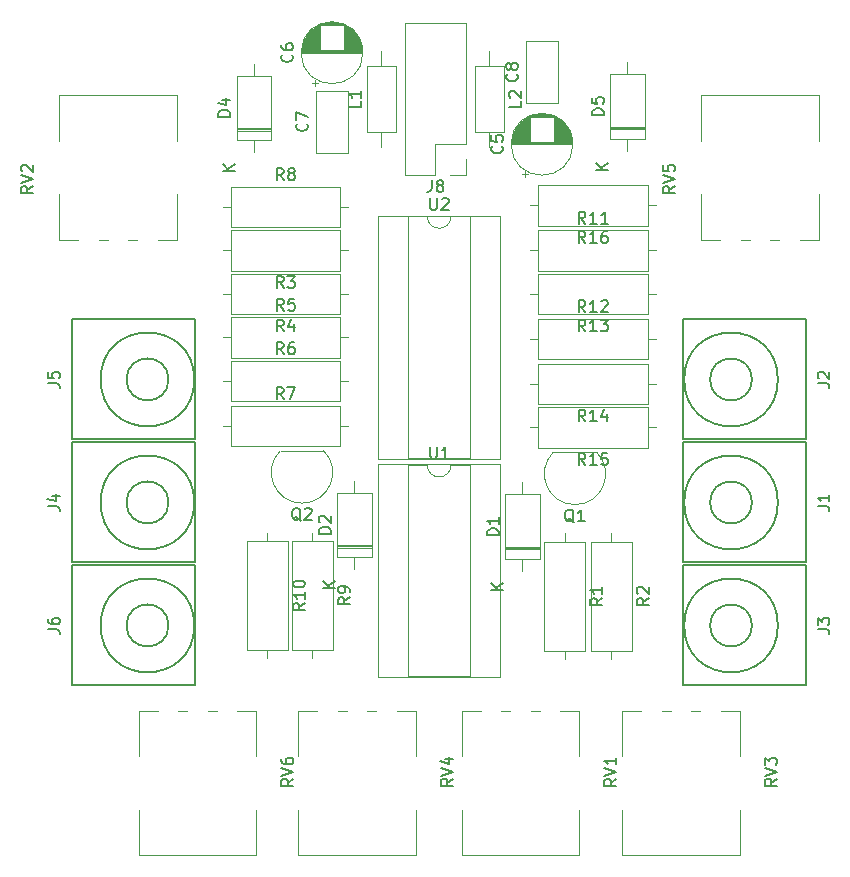
<source format=gto>
G04 #@! TF.GenerationSoftware,KiCad,Pcbnew,(5.0.2)-1*
G04 #@! TF.CreationDate,2019-03-14T16:01:40+00:00*
G04 #@! TF.ProjectId,vca,7663612e-6b69-4636-9164-5f7063625858,rev?*
G04 #@! TF.SameCoordinates,Original*
G04 #@! TF.FileFunction,Legend,Top*
G04 #@! TF.FilePolarity,Positive*
%FSLAX46Y46*%
G04 Gerber Fmt 4.6, Leading zero omitted, Abs format (unit mm)*
G04 Created by KiCad (PCBNEW (5.0.2)-1) date 14/03/2019 16:01:40*
%MOMM*%
%LPD*%
G01*
G04 APERTURE LIST*
%ADD10C,0.120000*%
%ADD11C,0.150000*%
G04 APERTURE END LIST*
D10*
G04 #@! TO.C,RV6*
X76130000Y-94479000D02*
X76130000Y-98344000D01*
X76130000Y-102854000D02*
X76130000Y-106719000D01*
X66190000Y-94479000D02*
X66190000Y-98344000D01*
X66190000Y-102854000D02*
X66190000Y-106719000D01*
X76130000Y-94479000D02*
X74531000Y-94479000D01*
X72789000Y-94479000D02*
X72030000Y-94479000D01*
X70289000Y-94479000D02*
X69530000Y-94479000D01*
X67790000Y-94479000D02*
X66190000Y-94479000D01*
X76130000Y-106719000D02*
X66190000Y-106719000D01*
G04 #@! TO.C,RV3*
X117071000Y-94479000D02*
X117071000Y-98344000D01*
X117071000Y-102854000D02*
X117071000Y-106719000D01*
X107131000Y-94479000D02*
X107131000Y-98344000D01*
X107131000Y-102854000D02*
X107131000Y-106719000D01*
X117071000Y-94479000D02*
X115472000Y-94479000D01*
X113730000Y-94479000D02*
X112971000Y-94479000D01*
X111230000Y-94479000D02*
X110471000Y-94479000D01*
X108731000Y-94479000D02*
X107131000Y-94479000D01*
X117071000Y-106719000D02*
X107131000Y-106719000D01*
D11*
G04 #@! TO.C,J1*
X118110000Y-76835000D02*
G75*
G03X118110000Y-76835000I-1778000J0D01*
G01*
X120299607Y-76835000D02*
G75*
G03X120299607Y-76835000I-3967607J0D01*
G01*
X112268000Y-71755000D02*
X122682000Y-71755000D01*
X112268000Y-81915000D02*
X112268000Y-71755000D01*
X122682000Y-81915000D02*
X112268000Y-81915000D01*
X122682000Y-71755000D02*
X122682000Y-81915000D01*
G04 #@! TO.C,J2*
X122682000Y-61341000D02*
X122682000Y-71501000D01*
X122682000Y-71501000D02*
X112268000Y-71501000D01*
X112268000Y-71501000D02*
X112268000Y-61341000D01*
X112268000Y-61341000D02*
X122682000Y-61341000D01*
X120299607Y-66421000D02*
G75*
G03X120299607Y-66421000I-3967607J0D01*
G01*
X118110000Y-66421000D02*
G75*
G03X118110000Y-66421000I-1778000J0D01*
G01*
D10*
G04 #@! TO.C,C5*
X102950000Y-46502000D02*
G75*
G03X102950000Y-46502000I-2620000J0D01*
G01*
X97750000Y-46502000D02*
X102910000Y-46502000D01*
X97750000Y-46462000D02*
X102910000Y-46462000D01*
X97751000Y-46422000D02*
X102909000Y-46422000D01*
X97752000Y-46382000D02*
X102908000Y-46382000D01*
X97754000Y-46342000D02*
X102906000Y-46342000D01*
X97757000Y-46302000D02*
X102903000Y-46302000D01*
X97761000Y-46262000D02*
X99290000Y-46262000D01*
X101370000Y-46262000D02*
X102899000Y-46262000D01*
X97765000Y-46222000D02*
X99290000Y-46222000D01*
X101370000Y-46222000D02*
X102895000Y-46222000D01*
X97769000Y-46182000D02*
X99290000Y-46182000D01*
X101370000Y-46182000D02*
X102891000Y-46182000D01*
X97774000Y-46142000D02*
X99290000Y-46142000D01*
X101370000Y-46142000D02*
X102886000Y-46142000D01*
X97780000Y-46102000D02*
X99290000Y-46102000D01*
X101370000Y-46102000D02*
X102880000Y-46102000D01*
X97787000Y-46062000D02*
X99290000Y-46062000D01*
X101370000Y-46062000D02*
X102873000Y-46062000D01*
X97794000Y-46022000D02*
X99290000Y-46022000D01*
X101370000Y-46022000D02*
X102866000Y-46022000D01*
X97802000Y-45982000D02*
X99290000Y-45982000D01*
X101370000Y-45982000D02*
X102858000Y-45982000D01*
X97810000Y-45942000D02*
X99290000Y-45942000D01*
X101370000Y-45942000D02*
X102850000Y-45942000D01*
X97819000Y-45902000D02*
X99290000Y-45902000D01*
X101370000Y-45902000D02*
X102841000Y-45902000D01*
X97829000Y-45862000D02*
X99290000Y-45862000D01*
X101370000Y-45862000D02*
X102831000Y-45862000D01*
X97839000Y-45822000D02*
X99290000Y-45822000D01*
X101370000Y-45822000D02*
X102821000Y-45822000D01*
X97850000Y-45781000D02*
X99290000Y-45781000D01*
X101370000Y-45781000D02*
X102810000Y-45781000D01*
X97862000Y-45741000D02*
X99290000Y-45741000D01*
X101370000Y-45741000D02*
X102798000Y-45741000D01*
X97875000Y-45701000D02*
X99290000Y-45701000D01*
X101370000Y-45701000D02*
X102785000Y-45701000D01*
X97888000Y-45661000D02*
X99290000Y-45661000D01*
X101370000Y-45661000D02*
X102772000Y-45661000D01*
X97902000Y-45621000D02*
X99290000Y-45621000D01*
X101370000Y-45621000D02*
X102758000Y-45621000D01*
X97916000Y-45581000D02*
X99290000Y-45581000D01*
X101370000Y-45581000D02*
X102744000Y-45581000D01*
X97932000Y-45541000D02*
X99290000Y-45541000D01*
X101370000Y-45541000D02*
X102728000Y-45541000D01*
X97948000Y-45501000D02*
X99290000Y-45501000D01*
X101370000Y-45501000D02*
X102712000Y-45501000D01*
X97965000Y-45461000D02*
X99290000Y-45461000D01*
X101370000Y-45461000D02*
X102695000Y-45461000D01*
X97982000Y-45421000D02*
X99290000Y-45421000D01*
X101370000Y-45421000D02*
X102678000Y-45421000D01*
X98001000Y-45381000D02*
X99290000Y-45381000D01*
X101370000Y-45381000D02*
X102659000Y-45381000D01*
X98020000Y-45341000D02*
X99290000Y-45341000D01*
X101370000Y-45341000D02*
X102640000Y-45341000D01*
X98040000Y-45301000D02*
X99290000Y-45301000D01*
X101370000Y-45301000D02*
X102620000Y-45301000D01*
X98062000Y-45261000D02*
X99290000Y-45261000D01*
X101370000Y-45261000D02*
X102598000Y-45261000D01*
X98083000Y-45221000D02*
X99290000Y-45221000D01*
X101370000Y-45221000D02*
X102577000Y-45221000D01*
X98106000Y-45181000D02*
X99290000Y-45181000D01*
X101370000Y-45181000D02*
X102554000Y-45181000D01*
X98130000Y-45141000D02*
X99290000Y-45141000D01*
X101370000Y-45141000D02*
X102530000Y-45141000D01*
X98155000Y-45101000D02*
X99290000Y-45101000D01*
X101370000Y-45101000D02*
X102505000Y-45101000D01*
X98181000Y-45061000D02*
X99290000Y-45061000D01*
X101370000Y-45061000D02*
X102479000Y-45061000D01*
X98208000Y-45021000D02*
X99290000Y-45021000D01*
X101370000Y-45021000D02*
X102452000Y-45021000D01*
X98235000Y-44981000D02*
X99290000Y-44981000D01*
X101370000Y-44981000D02*
X102425000Y-44981000D01*
X98265000Y-44941000D02*
X99290000Y-44941000D01*
X101370000Y-44941000D02*
X102395000Y-44941000D01*
X98295000Y-44901000D02*
X99290000Y-44901000D01*
X101370000Y-44901000D02*
X102365000Y-44901000D01*
X98326000Y-44861000D02*
X99290000Y-44861000D01*
X101370000Y-44861000D02*
X102334000Y-44861000D01*
X98359000Y-44821000D02*
X99290000Y-44821000D01*
X101370000Y-44821000D02*
X102301000Y-44821000D01*
X98393000Y-44781000D02*
X99290000Y-44781000D01*
X101370000Y-44781000D02*
X102267000Y-44781000D01*
X98429000Y-44741000D02*
X99290000Y-44741000D01*
X101370000Y-44741000D02*
X102231000Y-44741000D01*
X98466000Y-44701000D02*
X99290000Y-44701000D01*
X101370000Y-44701000D02*
X102194000Y-44701000D01*
X98504000Y-44661000D02*
X99290000Y-44661000D01*
X101370000Y-44661000D02*
X102156000Y-44661000D01*
X98545000Y-44621000D02*
X99290000Y-44621000D01*
X101370000Y-44621000D02*
X102115000Y-44621000D01*
X98587000Y-44581000D02*
X99290000Y-44581000D01*
X101370000Y-44581000D02*
X102073000Y-44581000D01*
X98631000Y-44541000D02*
X99290000Y-44541000D01*
X101370000Y-44541000D02*
X102029000Y-44541000D01*
X98677000Y-44501000D02*
X99290000Y-44501000D01*
X101370000Y-44501000D02*
X101983000Y-44501000D01*
X98725000Y-44461000D02*
X99290000Y-44461000D01*
X101370000Y-44461000D02*
X101935000Y-44461000D01*
X98776000Y-44421000D02*
X99290000Y-44421000D01*
X101370000Y-44421000D02*
X101884000Y-44421000D01*
X98830000Y-44381000D02*
X99290000Y-44381000D01*
X101370000Y-44381000D02*
X101830000Y-44381000D01*
X98887000Y-44341000D02*
X99290000Y-44341000D01*
X101370000Y-44341000D02*
X101773000Y-44341000D01*
X98947000Y-44301000D02*
X99290000Y-44301000D01*
X101370000Y-44301000D02*
X101713000Y-44301000D01*
X99011000Y-44261000D02*
X99290000Y-44261000D01*
X101370000Y-44261000D02*
X101649000Y-44261000D01*
X99079000Y-44221000D02*
X99290000Y-44221000D01*
X101370000Y-44221000D02*
X101581000Y-44221000D01*
X99152000Y-44181000D02*
X101508000Y-44181000D01*
X99232000Y-44141000D02*
X101428000Y-44141000D01*
X99319000Y-44101000D02*
X101341000Y-44101000D01*
X99415000Y-44061000D02*
X101245000Y-44061000D01*
X99525000Y-44021000D02*
X101135000Y-44021000D01*
X99653000Y-43981000D02*
X101007000Y-43981000D01*
X99812000Y-43941000D02*
X100848000Y-43941000D01*
X100046000Y-43901000D02*
X100614000Y-43901000D01*
X98855000Y-49306775D02*
X98855000Y-48806775D01*
X98605000Y-49056775D02*
X99105000Y-49056775D01*
G04 #@! TO.C,C6*
X80825000Y-41309775D02*
X81325000Y-41309775D01*
X81075000Y-41559775D02*
X81075000Y-41059775D01*
X82266000Y-36154000D02*
X82834000Y-36154000D01*
X82032000Y-36194000D02*
X83068000Y-36194000D01*
X81873000Y-36234000D02*
X83227000Y-36234000D01*
X81745000Y-36274000D02*
X83355000Y-36274000D01*
X81635000Y-36314000D02*
X83465000Y-36314000D01*
X81539000Y-36354000D02*
X83561000Y-36354000D01*
X81452000Y-36394000D02*
X83648000Y-36394000D01*
X81372000Y-36434000D02*
X83728000Y-36434000D01*
X83590000Y-36474000D02*
X83801000Y-36474000D01*
X81299000Y-36474000D02*
X81510000Y-36474000D01*
X83590000Y-36514000D02*
X83869000Y-36514000D01*
X81231000Y-36514000D02*
X81510000Y-36514000D01*
X83590000Y-36554000D02*
X83933000Y-36554000D01*
X81167000Y-36554000D02*
X81510000Y-36554000D01*
X83590000Y-36594000D02*
X83993000Y-36594000D01*
X81107000Y-36594000D02*
X81510000Y-36594000D01*
X83590000Y-36634000D02*
X84050000Y-36634000D01*
X81050000Y-36634000D02*
X81510000Y-36634000D01*
X83590000Y-36674000D02*
X84104000Y-36674000D01*
X80996000Y-36674000D02*
X81510000Y-36674000D01*
X83590000Y-36714000D02*
X84155000Y-36714000D01*
X80945000Y-36714000D02*
X81510000Y-36714000D01*
X83590000Y-36754000D02*
X84203000Y-36754000D01*
X80897000Y-36754000D02*
X81510000Y-36754000D01*
X83590000Y-36794000D02*
X84249000Y-36794000D01*
X80851000Y-36794000D02*
X81510000Y-36794000D01*
X83590000Y-36834000D02*
X84293000Y-36834000D01*
X80807000Y-36834000D02*
X81510000Y-36834000D01*
X83590000Y-36874000D02*
X84335000Y-36874000D01*
X80765000Y-36874000D02*
X81510000Y-36874000D01*
X83590000Y-36914000D02*
X84376000Y-36914000D01*
X80724000Y-36914000D02*
X81510000Y-36914000D01*
X83590000Y-36954000D02*
X84414000Y-36954000D01*
X80686000Y-36954000D02*
X81510000Y-36954000D01*
X83590000Y-36994000D02*
X84451000Y-36994000D01*
X80649000Y-36994000D02*
X81510000Y-36994000D01*
X83590000Y-37034000D02*
X84487000Y-37034000D01*
X80613000Y-37034000D02*
X81510000Y-37034000D01*
X83590000Y-37074000D02*
X84521000Y-37074000D01*
X80579000Y-37074000D02*
X81510000Y-37074000D01*
X83590000Y-37114000D02*
X84554000Y-37114000D01*
X80546000Y-37114000D02*
X81510000Y-37114000D01*
X83590000Y-37154000D02*
X84585000Y-37154000D01*
X80515000Y-37154000D02*
X81510000Y-37154000D01*
X83590000Y-37194000D02*
X84615000Y-37194000D01*
X80485000Y-37194000D02*
X81510000Y-37194000D01*
X83590000Y-37234000D02*
X84645000Y-37234000D01*
X80455000Y-37234000D02*
X81510000Y-37234000D01*
X83590000Y-37274000D02*
X84672000Y-37274000D01*
X80428000Y-37274000D02*
X81510000Y-37274000D01*
X83590000Y-37314000D02*
X84699000Y-37314000D01*
X80401000Y-37314000D02*
X81510000Y-37314000D01*
X83590000Y-37354000D02*
X84725000Y-37354000D01*
X80375000Y-37354000D02*
X81510000Y-37354000D01*
X83590000Y-37394000D02*
X84750000Y-37394000D01*
X80350000Y-37394000D02*
X81510000Y-37394000D01*
X83590000Y-37434000D02*
X84774000Y-37434000D01*
X80326000Y-37434000D02*
X81510000Y-37434000D01*
X83590000Y-37474000D02*
X84797000Y-37474000D01*
X80303000Y-37474000D02*
X81510000Y-37474000D01*
X83590000Y-37514000D02*
X84818000Y-37514000D01*
X80282000Y-37514000D02*
X81510000Y-37514000D01*
X83590000Y-37554000D02*
X84840000Y-37554000D01*
X80260000Y-37554000D02*
X81510000Y-37554000D01*
X83590000Y-37594000D02*
X84860000Y-37594000D01*
X80240000Y-37594000D02*
X81510000Y-37594000D01*
X83590000Y-37634000D02*
X84879000Y-37634000D01*
X80221000Y-37634000D02*
X81510000Y-37634000D01*
X83590000Y-37674000D02*
X84898000Y-37674000D01*
X80202000Y-37674000D02*
X81510000Y-37674000D01*
X83590000Y-37714000D02*
X84915000Y-37714000D01*
X80185000Y-37714000D02*
X81510000Y-37714000D01*
X83590000Y-37754000D02*
X84932000Y-37754000D01*
X80168000Y-37754000D02*
X81510000Y-37754000D01*
X83590000Y-37794000D02*
X84948000Y-37794000D01*
X80152000Y-37794000D02*
X81510000Y-37794000D01*
X83590000Y-37834000D02*
X84964000Y-37834000D01*
X80136000Y-37834000D02*
X81510000Y-37834000D01*
X83590000Y-37874000D02*
X84978000Y-37874000D01*
X80122000Y-37874000D02*
X81510000Y-37874000D01*
X83590000Y-37914000D02*
X84992000Y-37914000D01*
X80108000Y-37914000D02*
X81510000Y-37914000D01*
X83590000Y-37954000D02*
X85005000Y-37954000D01*
X80095000Y-37954000D02*
X81510000Y-37954000D01*
X83590000Y-37994000D02*
X85018000Y-37994000D01*
X80082000Y-37994000D02*
X81510000Y-37994000D01*
X83590000Y-38034000D02*
X85030000Y-38034000D01*
X80070000Y-38034000D02*
X81510000Y-38034000D01*
X83590000Y-38075000D02*
X85041000Y-38075000D01*
X80059000Y-38075000D02*
X81510000Y-38075000D01*
X83590000Y-38115000D02*
X85051000Y-38115000D01*
X80049000Y-38115000D02*
X81510000Y-38115000D01*
X83590000Y-38155000D02*
X85061000Y-38155000D01*
X80039000Y-38155000D02*
X81510000Y-38155000D01*
X83590000Y-38195000D02*
X85070000Y-38195000D01*
X80030000Y-38195000D02*
X81510000Y-38195000D01*
X83590000Y-38235000D02*
X85078000Y-38235000D01*
X80022000Y-38235000D02*
X81510000Y-38235000D01*
X83590000Y-38275000D02*
X85086000Y-38275000D01*
X80014000Y-38275000D02*
X81510000Y-38275000D01*
X83590000Y-38315000D02*
X85093000Y-38315000D01*
X80007000Y-38315000D02*
X81510000Y-38315000D01*
X83590000Y-38355000D02*
X85100000Y-38355000D01*
X80000000Y-38355000D02*
X81510000Y-38355000D01*
X83590000Y-38395000D02*
X85106000Y-38395000D01*
X79994000Y-38395000D02*
X81510000Y-38395000D01*
X83590000Y-38435000D02*
X85111000Y-38435000D01*
X79989000Y-38435000D02*
X81510000Y-38435000D01*
X83590000Y-38475000D02*
X85115000Y-38475000D01*
X79985000Y-38475000D02*
X81510000Y-38475000D01*
X83590000Y-38515000D02*
X85119000Y-38515000D01*
X79981000Y-38515000D02*
X81510000Y-38515000D01*
X79977000Y-38555000D02*
X85123000Y-38555000D01*
X79974000Y-38595000D02*
X85126000Y-38595000D01*
X79972000Y-38635000D02*
X85128000Y-38635000D01*
X79971000Y-38675000D02*
X85129000Y-38675000D01*
X79970000Y-38715000D02*
X85130000Y-38715000D01*
X79970000Y-38755000D02*
X85130000Y-38755000D01*
X85170000Y-38755000D02*
G75*
G03X85170000Y-38755000I-2620000J0D01*
G01*
G04 #@! TO.C,C7*
X81180000Y-47217000D02*
X81180000Y-41977000D01*
X83920000Y-47217000D02*
X83920000Y-41977000D01*
X81180000Y-47217000D02*
X83920000Y-47217000D01*
X81180000Y-41977000D02*
X83920000Y-41977000D01*
G04 #@! TO.C,C8*
X98960000Y-37786000D02*
X101700000Y-37786000D01*
X98960000Y-43026000D02*
X101700000Y-43026000D01*
X101700000Y-43026000D02*
X101700000Y-37786000D01*
X98960000Y-43026000D02*
X98960000Y-37786000D01*
G04 #@! TO.C,D1*
X97209000Y-80807000D02*
X100149000Y-80807000D01*
X97209000Y-80567000D02*
X100149000Y-80567000D01*
X97209000Y-80687000D02*
X100149000Y-80687000D01*
X98679000Y-75127000D02*
X98679000Y-76147000D01*
X98679000Y-82607000D02*
X98679000Y-81587000D01*
X97209000Y-76147000D02*
X97209000Y-81587000D01*
X100149000Y-76147000D02*
X97209000Y-76147000D01*
X100149000Y-81587000D02*
X100149000Y-76147000D01*
X97209000Y-81587000D02*
X100149000Y-81587000D01*
G04 #@! TO.C,D2*
X82985000Y-81460000D02*
X85925000Y-81460000D01*
X85925000Y-81460000D02*
X85925000Y-76020000D01*
X85925000Y-76020000D02*
X82985000Y-76020000D01*
X82985000Y-76020000D02*
X82985000Y-81460000D01*
X84455000Y-82480000D02*
X84455000Y-81460000D01*
X84455000Y-75000000D02*
X84455000Y-76020000D01*
X82985000Y-80560000D02*
X85925000Y-80560000D01*
X82985000Y-80440000D02*
X85925000Y-80440000D01*
X82985000Y-80680000D02*
X85925000Y-80680000D01*
G04 #@! TO.C,D4*
X74476000Y-46154000D02*
X77416000Y-46154000D01*
X77416000Y-46154000D02*
X77416000Y-40714000D01*
X77416000Y-40714000D02*
X74476000Y-40714000D01*
X74476000Y-40714000D02*
X74476000Y-46154000D01*
X75946000Y-47174000D02*
X75946000Y-46154000D01*
X75946000Y-39694000D02*
X75946000Y-40714000D01*
X74476000Y-45254000D02*
X77416000Y-45254000D01*
X74476000Y-45134000D02*
X77416000Y-45134000D01*
X74476000Y-45374000D02*
X77416000Y-45374000D01*
G04 #@! TO.C,D5*
X106099000Y-45247000D02*
X109039000Y-45247000D01*
X106099000Y-45007000D02*
X109039000Y-45007000D01*
X106099000Y-45127000D02*
X109039000Y-45127000D01*
X107569000Y-39567000D02*
X107569000Y-40587000D01*
X107569000Y-47047000D02*
X107569000Y-46027000D01*
X106099000Y-40587000D02*
X106099000Y-46027000D01*
X109039000Y-40587000D02*
X106099000Y-40587000D01*
X109039000Y-46027000D02*
X109039000Y-40587000D01*
X106099000Y-46027000D02*
X109039000Y-46027000D01*
D11*
G04 #@! TO.C,J3*
X122682000Y-82169000D02*
X122682000Y-92329000D01*
X122682000Y-92329000D02*
X112268000Y-92329000D01*
X112268000Y-92329000D02*
X112268000Y-82169000D01*
X112268000Y-82169000D02*
X122682000Y-82169000D01*
X120299607Y-87249000D02*
G75*
G03X120299607Y-87249000I-3967607J0D01*
G01*
X118110000Y-87249000D02*
G75*
G03X118110000Y-87249000I-1778000J0D01*
G01*
G04 #@! TO.C,J4*
X68707000Y-76835000D02*
G75*
G03X68707000Y-76835000I-1778000J0D01*
G01*
X70896607Y-76835000D02*
G75*
G03X70896607Y-76835000I-3967607J0D01*
G01*
X70993000Y-81915000D02*
X60579000Y-81915000D01*
X70993000Y-71755000D02*
X70993000Y-81915000D01*
X60579000Y-71755000D02*
X70993000Y-71755000D01*
X60579000Y-81915000D02*
X60579000Y-71755000D01*
G04 #@! TO.C,J5*
X68707000Y-66421000D02*
G75*
G03X68707000Y-66421000I-1778000J0D01*
G01*
X70896607Y-66421000D02*
G75*
G03X70896607Y-66421000I-3967607J0D01*
G01*
X70993000Y-71501000D02*
X60579000Y-71501000D01*
X70993000Y-61341000D02*
X70993000Y-71501000D01*
X60579000Y-61341000D02*
X70993000Y-61341000D01*
X60579000Y-71501000D02*
X60579000Y-61341000D01*
G04 #@! TO.C,J6*
X60579000Y-92329000D02*
X60579000Y-82169000D01*
X60579000Y-82169000D02*
X70993000Y-82169000D01*
X70993000Y-82169000D02*
X70993000Y-92329000D01*
X70993000Y-92329000D02*
X60579000Y-92329000D01*
X70896607Y-87249000D02*
G75*
G03X70896607Y-87249000I-3967607J0D01*
G01*
X68707000Y-87249000D02*
G75*
G03X68707000Y-87249000I-1778000J0D01*
G01*
D10*
G04 #@! TO.C,J8*
X93913000Y-36262000D02*
X88713000Y-36262000D01*
X93913000Y-46482000D02*
X93913000Y-36262000D01*
X88713000Y-49082000D02*
X88713000Y-36262000D01*
X93913000Y-46482000D02*
X91313000Y-46482000D01*
X91313000Y-46482000D02*
X91313000Y-49082000D01*
X91313000Y-49082000D02*
X88713000Y-49082000D01*
X93913000Y-47752000D02*
X93913000Y-49082000D01*
X93913000Y-49082000D02*
X92583000Y-49082000D01*
G04 #@! TO.C,L1*
X85521000Y-45442000D02*
X87961000Y-45442000D01*
X87961000Y-45442000D02*
X87961000Y-39902000D01*
X87961000Y-39902000D02*
X85521000Y-39902000D01*
X85521000Y-39902000D02*
X85521000Y-45442000D01*
X86741000Y-46712000D02*
X86741000Y-45442000D01*
X86741000Y-38632000D02*
X86741000Y-39902000D01*
G04 #@! TO.C,L2*
X95885000Y-46712000D02*
X95885000Y-45442000D01*
X95885000Y-38632000D02*
X95885000Y-39902000D01*
X97105000Y-45442000D02*
X97105000Y-39902000D01*
X94665000Y-45442000D02*
X97105000Y-45442000D01*
X94665000Y-39902000D02*
X94665000Y-45442000D01*
X97105000Y-39902000D02*
X94665000Y-39902000D01*
G04 #@! TO.C,Q1*
X104924000Y-72572000D02*
X101324000Y-72572000D01*
X104962478Y-72583522D02*
G75*
G02X103124000Y-77022000I-1838478J-1838478D01*
G01*
X101285522Y-72583522D02*
G75*
G03X103124000Y-77022000I1838478J-1838478D01*
G01*
G04 #@! TO.C,Q2*
X78171522Y-72456522D02*
G75*
G03X80010000Y-76895000I1838478J-1838478D01*
G01*
X81848478Y-72456522D02*
G75*
G02X80010000Y-76895000I-1838478J-1838478D01*
G01*
X81810000Y-72445000D02*
X78210000Y-72445000D01*
G04 #@! TO.C,R1*
X103974772Y-80148773D02*
X100534772Y-80148773D01*
X100534772Y-80148773D02*
X100534772Y-89388773D01*
X100534772Y-89388773D02*
X103974772Y-89388773D01*
X103974772Y-89388773D02*
X103974772Y-80148773D01*
X102254772Y-79458773D02*
X102254772Y-80148773D01*
X102254772Y-90078773D02*
X102254772Y-89388773D01*
G04 #@! TO.C,R2*
X106191772Y-90078773D02*
X106191772Y-89388773D01*
X106191772Y-79458773D02*
X106191772Y-80148773D01*
X107911772Y-89388773D02*
X107911772Y-80148773D01*
X104471772Y-89388773D02*
X107911772Y-89388773D01*
X104471772Y-80148773D02*
X104471772Y-89388773D01*
X107911772Y-80148773D02*
X104471772Y-80148773D01*
G04 #@! TO.C,R3*
X83233000Y-57219000D02*
X83233000Y-53779000D01*
X83233000Y-53779000D02*
X73993000Y-53779000D01*
X73993000Y-53779000D02*
X73993000Y-57219000D01*
X73993000Y-57219000D02*
X83233000Y-57219000D01*
X83923000Y-55499000D02*
X83233000Y-55499000D01*
X73303000Y-55499000D02*
X73993000Y-55499000D01*
G04 #@! TO.C,R4*
X73303000Y-59182000D02*
X73993000Y-59182000D01*
X83923000Y-59182000D02*
X83233000Y-59182000D01*
X73993000Y-60902000D02*
X83233000Y-60902000D01*
X73993000Y-57462000D02*
X73993000Y-60902000D01*
X83233000Y-57462000D02*
X73993000Y-57462000D01*
X83233000Y-60902000D02*
X83233000Y-57462000D01*
G04 #@! TO.C,R5*
X73993000Y-61145000D02*
X73993000Y-64585000D01*
X73993000Y-64585000D02*
X83233000Y-64585000D01*
X83233000Y-64585000D02*
X83233000Y-61145000D01*
X83233000Y-61145000D02*
X73993000Y-61145000D01*
X73303000Y-62865000D02*
X73993000Y-62865000D01*
X83923000Y-62865000D02*
X83233000Y-62865000D01*
G04 #@! TO.C,R6*
X73993000Y-64828000D02*
X73993000Y-68268000D01*
X73993000Y-68268000D02*
X83233000Y-68268000D01*
X83233000Y-68268000D02*
X83233000Y-64828000D01*
X83233000Y-64828000D02*
X73993000Y-64828000D01*
X73303000Y-66548000D02*
X73993000Y-66548000D01*
X83923000Y-66548000D02*
X83233000Y-66548000D01*
G04 #@! TO.C,R7*
X73993000Y-68638000D02*
X73993000Y-72078000D01*
X73993000Y-72078000D02*
X83233000Y-72078000D01*
X83233000Y-72078000D02*
X83233000Y-68638000D01*
X83233000Y-68638000D02*
X73993000Y-68638000D01*
X73303000Y-70358000D02*
X73993000Y-70358000D01*
X83923000Y-70358000D02*
X83233000Y-70358000D01*
G04 #@! TO.C,R8*
X83923000Y-51816000D02*
X83233000Y-51816000D01*
X73303000Y-51816000D02*
X73993000Y-51816000D01*
X83233000Y-50096000D02*
X73993000Y-50096000D01*
X83233000Y-53536000D02*
X83233000Y-50096000D01*
X73993000Y-53536000D02*
X83233000Y-53536000D01*
X73993000Y-50096000D02*
X73993000Y-53536000D01*
G04 #@! TO.C,R9*
X80899000Y-90019000D02*
X80899000Y-89329000D01*
X80899000Y-79399000D02*
X80899000Y-80089000D01*
X82619000Y-89329000D02*
X82619000Y-80089000D01*
X79179000Y-89329000D02*
X82619000Y-89329000D01*
X79179000Y-80089000D02*
X79179000Y-89329000D01*
X82619000Y-80089000D02*
X79179000Y-80089000D01*
G04 #@! TO.C,R10*
X78809000Y-80089000D02*
X75369000Y-80089000D01*
X75369000Y-80089000D02*
X75369000Y-89329000D01*
X75369000Y-89329000D02*
X78809000Y-89329000D01*
X78809000Y-89329000D02*
X78809000Y-80089000D01*
X77089000Y-79399000D02*
X77089000Y-80089000D01*
X77089000Y-90019000D02*
X77089000Y-89329000D01*
G04 #@! TO.C,R11*
X109958000Y-55499000D02*
X109268000Y-55499000D01*
X99338000Y-55499000D02*
X100028000Y-55499000D01*
X109268000Y-53779000D02*
X100028000Y-53779000D01*
X109268000Y-57219000D02*
X109268000Y-53779000D01*
X100028000Y-57219000D02*
X109268000Y-57219000D01*
X100028000Y-53779000D02*
X100028000Y-57219000D01*
G04 #@! TO.C,R12*
X100028000Y-61272000D02*
X100028000Y-64712000D01*
X100028000Y-64712000D02*
X109268000Y-64712000D01*
X109268000Y-64712000D02*
X109268000Y-61272000D01*
X109268000Y-61272000D02*
X100028000Y-61272000D01*
X99338000Y-62992000D02*
X100028000Y-62992000D01*
X109958000Y-62992000D02*
X109268000Y-62992000D01*
G04 #@! TO.C,R13*
X99338000Y-59182000D02*
X100028000Y-59182000D01*
X109958000Y-59182000D02*
X109268000Y-59182000D01*
X100028000Y-60902000D02*
X109268000Y-60902000D01*
X100028000Y-57462000D02*
X100028000Y-60902000D01*
X109268000Y-57462000D02*
X100028000Y-57462000D01*
X109268000Y-60902000D02*
X109268000Y-57462000D01*
G04 #@! TO.C,R14*
X99338000Y-66802000D02*
X100028000Y-66802000D01*
X109958000Y-66802000D02*
X109268000Y-66802000D01*
X100028000Y-68522000D02*
X109268000Y-68522000D01*
X100028000Y-65082000D02*
X100028000Y-68522000D01*
X109268000Y-65082000D02*
X100028000Y-65082000D01*
X109268000Y-68522000D02*
X109268000Y-65082000D01*
G04 #@! TO.C,R15*
X109268000Y-72205000D02*
X109268000Y-68765000D01*
X109268000Y-68765000D02*
X100028000Y-68765000D01*
X100028000Y-68765000D02*
X100028000Y-72205000D01*
X100028000Y-72205000D02*
X109268000Y-72205000D01*
X109958000Y-70485000D02*
X109268000Y-70485000D01*
X99338000Y-70485000D02*
X100028000Y-70485000D01*
G04 #@! TO.C,R16*
X99338000Y-51689000D02*
X100028000Y-51689000D01*
X109958000Y-51689000D02*
X109268000Y-51689000D01*
X100028000Y-53409000D02*
X109268000Y-53409000D01*
X100028000Y-49969000D02*
X100028000Y-53409000D01*
X109268000Y-49969000D02*
X100028000Y-49969000D01*
X109268000Y-53409000D02*
X109268000Y-49969000D01*
G04 #@! TO.C,RV1*
X103482000Y-106719000D02*
X93542000Y-106719000D01*
X95142000Y-94479000D02*
X93542000Y-94479000D01*
X97641000Y-94479000D02*
X96882000Y-94479000D01*
X100141000Y-94479000D02*
X99382000Y-94479000D01*
X103482000Y-94479000D02*
X101883000Y-94479000D01*
X93542000Y-102854000D02*
X93542000Y-106719000D01*
X93542000Y-94479000D02*
X93542000Y-98344000D01*
X103482000Y-102854000D02*
X103482000Y-106719000D01*
X103482000Y-94479000D02*
X103482000Y-98344000D01*
G04 #@! TO.C,RV2*
X59459000Y-42379000D02*
X69399000Y-42379000D01*
X67799000Y-54619000D02*
X69399000Y-54619000D01*
X65300000Y-54619000D02*
X66059000Y-54619000D01*
X62800000Y-54619000D02*
X63559000Y-54619000D01*
X59459000Y-54619000D02*
X61058000Y-54619000D01*
X69399000Y-46244000D02*
X69399000Y-42379000D01*
X69399000Y-54619000D02*
X69399000Y-50754000D01*
X59459000Y-46244000D02*
X59459000Y-42379000D01*
X59459000Y-54619000D02*
X59459000Y-50754000D01*
G04 #@! TO.C,RV4*
X89639000Y-106719000D02*
X79699000Y-106719000D01*
X81299000Y-94479000D02*
X79699000Y-94479000D01*
X83798000Y-94479000D02*
X83039000Y-94479000D01*
X86298000Y-94479000D02*
X85539000Y-94479000D01*
X89639000Y-94479000D02*
X88040000Y-94479000D01*
X79699000Y-102854000D02*
X79699000Y-106719000D01*
X79699000Y-94479000D02*
X79699000Y-98344000D01*
X89639000Y-102854000D02*
X89639000Y-106719000D01*
X89639000Y-94479000D02*
X89639000Y-98344000D01*
G04 #@! TO.C,RV5*
X113815000Y-54619000D02*
X113815000Y-50754000D01*
X113815000Y-46244000D02*
X113815000Y-42379000D01*
X123755000Y-54619000D02*
X123755000Y-50754000D01*
X123755000Y-46244000D02*
X123755000Y-42379000D01*
X113815000Y-54619000D02*
X115414000Y-54619000D01*
X117156000Y-54619000D02*
X117915000Y-54619000D01*
X119656000Y-54619000D02*
X120415000Y-54619000D01*
X122155000Y-54619000D02*
X123755000Y-54619000D01*
X113815000Y-42379000D02*
X123755000Y-42379000D01*
G04 #@! TO.C,U1*
X92618001Y-73669001D02*
G75*
G02X90618001Y-73669001I-1000000J0D01*
G01*
X90618001Y-73669001D02*
X88968001Y-73669001D01*
X88968001Y-73669001D02*
X88968001Y-91569001D01*
X88968001Y-91569001D02*
X94268001Y-91569001D01*
X94268001Y-91569001D02*
X94268001Y-73669001D01*
X94268001Y-73669001D02*
X92618001Y-73669001D01*
X86478001Y-73609001D02*
X86478001Y-91629001D01*
X86478001Y-91629001D02*
X96758001Y-91629001D01*
X96758001Y-91629001D02*
X96758001Y-73609001D01*
X96758001Y-73609001D02*
X86478001Y-73609001D01*
G04 #@! TO.C,U2*
X92618001Y-52619001D02*
G75*
G02X90618001Y-52619001I-1000000J0D01*
G01*
X90618001Y-52619001D02*
X88968001Y-52619001D01*
X88968001Y-52619001D02*
X88968001Y-73059001D01*
X88968001Y-73059001D02*
X94268001Y-73059001D01*
X94268001Y-73059001D02*
X94268001Y-52619001D01*
X94268001Y-52619001D02*
X92618001Y-52619001D01*
X86478001Y-52559001D02*
X86478001Y-73119001D01*
X86478001Y-73119001D02*
X96758001Y-73119001D01*
X96758001Y-73119001D02*
X96758001Y-52559001D01*
X96758001Y-52559001D02*
X86478001Y-52559001D01*
G04 #@! TO.C,RV6*
D11*
X79262380Y-100244238D02*
X78786190Y-100577571D01*
X79262380Y-100815666D02*
X78262380Y-100815666D01*
X78262380Y-100434714D01*
X78310000Y-100339476D01*
X78357619Y-100291857D01*
X78452857Y-100244238D01*
X78595714Y-100244238D01*
X78690952Y-100291857D01*
X78738571Y-100339476D01*
X78786190Y-100434714D01*
X78786190Y-100815666D01*
X78262380Y-99958523D02*
X79262380Y-99625190D01*
X78262380Y-99291857D01*
X78262380Y-98529952D02*
X78262380Y-98720428D01*
X78310000Y-98815666D01*
X78357619Y-98863285D01*
X78500476Y-98958523D01*
X78690952Y-99006142D01*
X79071904Y-99006142D01*
X79167142Y-98958523D01*
X79214761Y-98910904D01*
X79262380Y-98815666D01*
X79262380Y-98625190D01*
X79214761Y-98529952D01*
X79167142Y-98482333D01*
X79071904Y-98434714D01*
X78833809Y-98434714D01*
X78738571Y-98482333D01*
X78690952Y-98529952D01*
X78643333Y-98625190D01*
X78643333Y-98815666D01*
X78690952Y-98910904D01*
X78738571Y-98958523D01*
X78833809Y-99006142D01*
G04 #@! TO.C,RV3*
X120203380Y-100244238D02*
X119727190Y-100577571D01*
X120203380Y-100815666D02*
X119203380Y-100815666D01*
X119203380Y-100434714D01*
X119251000Y-100339476D01*
X119298619Y-100291857D01*
X119393857Y-100244238D01*
X119536714Y-100244238D01*
X119631952Y-100291857D01*
X119679571Y-100339476D01*
X119727190Y-100434714D01*
X119727190Y-100815666D01*
X119203380Y-99958523D02*
X120203380Y-99625190D01*
X119203380Y-99291857D01*
X119203380Y-99053761D02*
X119203380Y-98434714D01*
X119584333Y-98768047D01*
X119584333Y-98625190D01*
X119631952Y-98529952D01*
X119679571Y-98482333D01*
X119774809Y-98434714D01*
X120012904Y-98434714D01*
X120108142Y-98482333D01*
X120155761Y-98529952D01*
X120203380Y-98625190D01*
X120203380Y-98910904D01*
X120155761Y-99006142D01*
X120108142Y-99053761D01*
G04 #@! TO.C,J1*
X123666380Y-77168333D02*
X124380666Y-77168333D01*
X124523523Y-77215952D01*
X124618761Y-77311190D01*
X124666380Y-77454047D01*
X124666380Y-77549285D01*
X124666380Y-76168333D02*
X124666380Y-76739761D01*
X124666380Y-76454047D02*
X123666380Y-76454047D01*
X123809238Y-76549285D01*
X123904476Y-76644523D01*
X123952095Y-76739761D01*
G04 #@! TO.C,J2*
X123666380Y-66754333D02*
X124380666Y-66754333D01*
X124523523Y-66801952D01*
X124618761Y-66897190D01*
X124666380Y-67040047D01*
X124666380Y-67135285D01*
X123761619Y-66325761D02*
X123714000Y-66278142D01*
X123666380Y-66182904D01*
X123666380Y-65944809D01*
X123714000Y-65849571D01*
X123761619Y-65801952D01*
X123856857Y-65754333D01*
X123952095Y-65754333D01*
X124094952Y-65801952D01*
X124666380Y-66373380D01*
X124666380Y-65754333D01*
G04 #@! TO.C,C5*
X96937142Y-46668666D02*
X96984761Y-46716285D01*
X97032380Y-46859142D01*
X97032380Y-46954380D01*
X96984761Y-47097238D01*
X96889523Y-47192476D01*
X96794285Y-47240095D01*
X96603809Y-47287714D01*
X96460952Y-47287714D01*
X96270476Y-47240095D01*
X96175238Y-47192476D01*
X96080000Y-47097238D01*
X96032380Y-46954380D01*
X96032380Y-46859142D01*
X96080000Y-46716285D01*
X96127619Y-46668666D01*
X96032380Y-45763904D02*
X96032380Y-46240095D01*
X96508571Y-46287714D01*
X96460952Y-46240095D01*
X96413333Y-46144857D01*
X96413333Y-45906761D01*
X96460952Y-45811523D01*
X96508571Y-45763904D01*
X96603809Y-45716285D01*
X96841904Y-45716285D01*
X96937142Y-45763904D01*
X96984761Y-45811523D01*
X97032380Y-45906761D01*
X97032380Y-46144857D01*
X96984761Y-46240095D01*
X96937142Y-46287714D01*
G04 #@! TO.C,C6*
X79157142Y-38921666D02*
X79204761Y-38969285D01*
X79252380Y-39112142D01*
X79252380Y-39207380D01*
X79204761Y-39350238D01*
X79109523Y-39445476D01*
X79014285Y-39493095D01*
X78823809Y-39540714D01*
X78680952Y-39540714D01*
X78490476Y-39493095D01*
X78395238Y-39445476D01*
X78300000Y-39350238D01*
X78252380Y-39207380D01*
X78252380Y-39112142D01*
X78300000Y-38969285D01*
X78347619Y-38921666D01*
X78252380Y-38064523D02*
X78252380Y-38255000D01*
X78300000Y-38350238D01*
X78347619Y-38397857D01*
X78490476Y-38493095D01*
X78680952Y-38540714D01*
X79061904Y-38540714D01*
X79157142Y-38493095D01*
X79204761Y-38445476D01*
X79252380Y-38350238D01*
X79252380Y-38159761D01*
X79204761Y-38064523D01*
X79157142Y-38016904D01*
X79061904Y-37969285D01*
X78823809Y-37969285D01*
X78728571Y-38016904D01*
X78680952Y-38064523D01*
X78633333Y-38159761D01*
X78633333Y-38350238D01*
X78680952Y-38445476D01*
X78728571Y-38493095D01*
X78823809Y-38540714D01*
G04 #@! TO.C,C7*
X80407142Y-44763666D02*
X80454761Y-44811285D01*
X80502380Y-44954142D01*
X80502380Y-45049380D01*
X80454761Y-45192238D01*
X80359523Y-45287476D01*
X80264285Y-45335095D01*
X80073809Y-45382714D01*
X79930952Y-45382714D01*
X79740476Y-45335095D01*
X79645238Y-45287476D01*
X79550000Y-45192238D01*
X79502380Y-45049380D01*
X79502380Y-44954142D01*
X79550000Y-44811285D01*
X79597619Y-44763666D01*
X79502380Y-44430333D02*
X79502380Y-43763666D01*
X80502380Y-44192238D01*
G04 #@! TO.C,C8*
X98187142Y-40572666D02*
X98234761Y-40620285D01*
X98282380Y-40763142D01*
X98282380Y-40858380D01*
X98234761Y-41001238D01*
X98139523Y-41096476D01*
X98044285Y-41144095D01*
X97853809Y-41191714D01*
X97710952Y-41191714D01*
X97520476Y-41144095D01*
X97425238Y-41096476D01*
X97330000Y-41001238D01*
X97282380Y-40858380D01*
X97282380Y-40763142D01*
X97330000Y-40620285D01*
X97377619Y-40572666D01*
X97710952Y-40001238D02*
X97663333Y-40096476D01*
X97615714Y-40144095D01*
X97520476Y-40191714D01*
X97472857Y-40191714D01*
X97377619Y-40144095D01*
X97330000Y-40096476D01*
X97282380Y-40001238D01*
X97282380Y-39810761D01*
X97330000Y-39715523D01*
X97377619Y-39667904D01*
X97472857Y-39620285D01*
X97520476Y-39620285D01*
X97615714Y-39667904D01*
X97663333Y-39715523D01*
X97710952Y-39810761D01*
X97710952Y-40001238D01*
X97758571Y-40096476D01*
X97806190Y-40144095D01*
X97901428Y-40191714D01*
X98091904Y-40191714D01*
X98187142Y-40144095D01*
X98234761Y-40096476D01*
X98282380Y-40001238D01*
X98282380Y-39810761D01*
X98234761Y-39715523D01*
X98187142Y-39667904D01*
X98091904Y-39620285D01*
X97901428Y-39620285D01*
X97806190Y-39667904D01*
X97758571Y-39715523D01*
X97710952Y-39810761D01*
G04 #@! TO.C,D1*
X96661380Y-79605095D02*
X95661380Y-79605095D01*
X95661380Y-79367000D01*
X95709000Y-79224142D01*
X95804238Y-79128904D01*
X95899476Y-79081285D01*
X96089952Y-79033666D01*
X96232809Y-79033666D01*
X96423285Y-79081285D01*
X96518523Y-79128904D01*
X96613761Y-79224142D01*
X96661380Y-79367000D01*
X96661380Y-79605095D01*
X96661380Y-78081285D02*
X96661380Y-78652714D01*
X96661380Y-78367000D02*
X95661380Y-78367000D01*
X95804238Y-78462238D01*
X95899476Y-78557476D01*
X95947095Y-78652714D01*
X97031380Y-84208904D02*
X96031380Y-84208904D01*
X97031380Y-83637476D02*
X96459952Y-84066047D01*
X96031380Y-83637476D02*
X96602809Y-84208904D01*
G04 #@! TO.C,D2*
X82437380Y-79478095D02*
X81437380Y-79478095D01*
X81437380Y-79240000D01*
X81485000Y-79097142D01*
X81580238Y-79001904D01*
X81675476Y-78954285D01*
X81865952Y-78906666D01*
X82008809Y-78906666D01*
X82199285Y-78954285D01*
X82294523Y-79001904D01*
X82389761Y-79097142D01*
X82437380Y-79240000D01*
X82437380Y-79478095D01*
X81532619Y-78525714D02*
X81485000Y-78478095D01*
X81437380Y-78382857D01*
X81437380Y-78144761D01*
X81485000Y-78049523D01*
X81532619Y-78001904D01*
X81627857Y-77954285D01*
X81723095Y-77954285D01*
X81865952Y-78001904D01*
X82437380Y-78573333D01*
X82437380Y-77954285D01*
X82807380Y-84081904D02*
X81807380Y-84081904D01*
X82807380Y-83510476D02*
X82235952Y-83939047D01*
X81807380Y-83510476D02*
X82378809Y-84081904D01*
G04 #@! TO.C,D4*
X73928380Y-44172095D02*
X72928380Y-44172095D01*
X72928380Y-43934000D01*
X72976000Y-43791142D01*
X73071238Y-43695904D01*
X73166476Y-43648285D01*
X73356952Y-43600666D01*
X73499809Y-43600666D01*
X73690285Y-43648285D01*
X73785523Y-43695904D01*
X73880761Y-43791142D01*
X73928380Y-43934000D01*
X73928380Y-44172095D01*
X73261714Y-42743523D02*
X73928380Y-42743523D01*
X72880761Y-42981619D02*
X73595047Y-43219714D01*
X73595047Y-42600666D01*
X74298380Y-48775904D02*
X73298380Y-48775904D01*
X74298380Y-48204476D02*
X73726952Y-48633047D01*
X73298380Y-48204476D02*
X73869809Y-48775904D01*
G04 #@! TO.C,D5*
X105551380Y-44045095D02*
X104551380Y-44045095D01*
X104551380Y-43807000D01*
X104599000Y-43664142D01*
X104694238Y-43568904D01*
X104789476Y-43521285D01*
X104979952Y-43473666D01*
X105122809Y-43473666D01*
X105313285Y-43521285D01*
X105408523Y-43568904D01*
X105503761Y-43664142D01*
X105551380Y-43807000D01*
X105551380Y-44045095D01*
X104551380Y-42568904D02*
X104551380Y-43045095D01*
X105027571Y-43092714D01*
X104979952Y-43045095D01*
X104932333Y-42949857D01*
X104932333Y-42711761D01*
X104979952Y-42616523D01*
X105027571Y-42568904D01*
X105122809Y-42521285D01*
X105360904Y-42521285D01*
X105456142Y-42568904D01*
X105503761Y-42616523D01*
X105551380Y-42711761D01*
X105551380Y-42949857D01*
X105503761Y-43045095D01*
X105456142Y-43092714D01*
X105921380Y-48648904D02*
X104921380Y-48648904D01*
X105921380Y-48077476D02*
X105349952Y-48506047D01*
X104921380Y-48077476D02*
X105492809Y-48648904D01*
G04 #@! TO.C,J3*
X123666380Y-87582333D02*
X124380666Y-87582333D01*
X124523523Y-87629952D01*
X124618761Y-87725190D01*
X124666380Y-87868047D01*
X124666380Y-87963285D01*
X123666380Y-87201380D02*
X123666380Y-86582333D01*
X124047333Y-86915666D01*
X124047333Y-86772809D01*
X124094952Y-86677571D01*
X124142571Y-86629952D01*
X124237809Y-86582333D01*
X124475904Y-86582333D01*
X124571142Y-86629952D01*
X124618761Y-86677571D01*
X124666380Y-86772809D01*
X124666380Y-87058523D01*
X124618761Y-87153761D01*
X124571142Y-87201380D01*
G04 #@! TO.C,J4*
X58499380Y-77168333D02*
X59213666Y-77168333D01*
X59356523Y-77215952D01*
X59451761Y-77311190D01*
X59499380Y-77454047D01*
X59499380Y-77549285D01*
X58832714Y-76263571D02*
X59499380Y-76263571D01*
X58451761Y-76501666D02*
X59166047Y-76739761D01*
X59166047Y-76120714D01*
G04 #@! TO.C,J5*
X58499380Y-66754333D02*
X59213666Y-66754333D01*
X59356523Y-66801952D01*
X59451761Y-66897190D01*
X59499380Y-67040047D01*
X59499380Y-67135285D01*
X58499380Y-65801952D02*
X58499380Y-66278142D01*
X58975571Y-66325761D01*
X58927952Y-66278142D01*
X58880333Y-66182904D01*
X58880333Y-65944809D01*
X58927952Y-65849571D01*
X58975571Y-65801952D01*
X59070809Y-65754333D01*
X59308904Y-65754333D01*
X59404142Y-65801952D01*
X59451761Y-65849571D01*
X59499380Y-65944809D01*
X59499380Y-66182904D01*
X59451761Y-66278142D01*
X59404142Y-66325761D01*
G04 #@! TO.C,J6*
X58499380Y-87582333D02*
X59213666Y-87582333D01*
X59356523Y-87629952D01*
X59451761Y-87725190D01*
X59499380Y-87868047D01*
X59499380Y-87963285D01*
X58499380Y-86677571D02*
X58499380Y-86868047D01*
X58547000Y-86963285D01*
X58594619Y-87010904D01*
X58737476Y-87106142D01*
X58927952Y-87153761D01*
X59308904Y-87153761D01*
X59404142Y-87106142D01*
X59451761Y-87058523D01*
X59499380Y-86963285D01*
X59499380Y-86772809D01*
X59451761Y-86677571D01*
X59404142Y-86629952D01*
X59308904Y-86582333D01*
X59070809Y-86582333D01*
X58975571Y-86629952D01*
X58927952Y-86677571D01*
X58880333Y-86772809D01*
X58880333Y-86963285D01*
X58927952Y-87058523D01*
X58975571Y-87106142D01*
X59070809Y-87153761D01*
G04 #@! TO.C,J8*
X90979666Y-49534380D02*
X90979666Y-50248666D01*
X90932047Y-50391523D01*
X90836809Y-50486761D01*
X90693952Y-50534380D01*
X90598714Y-50534380D01*
X91598714Y-49962952D02*
X91503476Y-49915333D01*
X91455857Y-49867714D01*
X91408238Y-49772476D01*
X91408238Y-49724857D01*
X91455857Y-49629619D01*
X91503476Y-49582000D01*
X91598714Y-49534380D01*
X91789190Y-49534380D01*
X91884428Y-49582000D01*
X91932047Y-49629619D01*
X91979666Y-49724857D01*
X91979666Y-49772476D01*
X91932047Y-49867714D01*
X91884428Y-49915333D01*
X91789190Y-49962952D01*
X91598714Y-49962952D01*
X91503476Y-50010571D01*
X91455857Y-50058190D01*
X91408238Y-50153428D01*
X91408238Y-50343904D01*
X91455857Y-50439142D01*
X91503476Y-50486761D01*
X91598714Y-50534380D01*
X91789190Y-50534380D01*
X91884428Y-50486761D01*
X91932047Y-50439142D01*
X91979666Y-50343904D01*
X91979666Y-50153428D01*
X91932047Y-50058190D01*
X91884428Y-50010571D01*
X91789190Y-49962952D01*
G04 #@! TO.C,L1*
X84973380Y-42838666D02*
X84973380Y-43314857D01*
X83973380Y-43314857D01*
X84973380Y-41981523D02*
X84973380Y-42552952D01*
X84973380Y-42267238D02*
X83973380Y-42267238D01*
X84116238Y-42362476D01*
X84211476Y-42457714D01*
X84259095Y-42552952D01*
G04 #@! TO.C,L2*
X98557380Y-42838666D02*
X98557380Y-43314857D01*
X97557380Y-43314857D01*
X97652619Y-42552952D02*
X97605000Y-42505333D01*
X97557380Y-42410095D01*
X97557380Y-42172000D01*
X97605000Y-42076761D01*
X97652619Y-42029142D01*
X97747857Y-41981523D01*
X97843095Y-41981523D01*
X97985952Y-42029142D01*
X98557380Y-42600571D01*
X98557380Y-41981523D01*
G04 #@! TO.C,Q1*
X103028761Y-78529619D02*
X102933523Y-78482000D01*
X102838285Y-78386761D01*
X102695428Y-78243904D01*
X102600190Y-78196285D01*
X102504952Y-78196285D01*
X102552571Y-78434380D02*
X102457333Y-78386761D01*
X102362095Y-78291523D01*
X102314476Y-78101047D01*
X102314476Y-77767714D01*
X102362095Y-77577238D01*
X102457333Y-77482000D01*
X102552571Y-77434380D01*
X102743047Y-77434380D01*
X102838285Y-77482000D01*
X102933523Y-77577238D01*
X102981142Y-77767714D01*
X102981142Y-78101047D01*
X102933523Y-78291523D01*
X102838285Y-78386761D01*
X102743047Y-78434380D01*
X102552571Y-78434380D01*
X103933523Y-78434380D02*
X103362095Y-78434380D01*
X103647809Y-78434380D02*
X103647809Y-77434380D01*
X103552571Y-77577238D01*
X103457333Y-77672476D01*
X103362095Y-77720095D01*
G04 #@! TO.C,Q2*
X79914761Y-78402619D02*
X79819523Y-78355000D01*
X79724285Y-78259761D01*
X79581428Y-78116904D01*
X79486190Y-78069285D01*
X79390952Y-78069285D01*
X79438571Y-78307380D02*
X79343333Y-78259761D01*
X79248095Y-78164523D01*
X79200476Y-77974047D01*
X79200476Y-77640714D01*
X79248095Y-77450238D01*
X79343333Y-77355000D01*
X79438571Y-77307380D01*
X79629047Y-77307380D01*
X79724285Y-77355000D01*
X79819523Y-77450238D01*
X79867142Y-77640714D01*
X79867142Y-77974047D01*
X79819523Y-78164523D01*
X79724285Y-78259761D01*
X79629047Y-78307380D01*
X79438571Y-78307380D01*
X80248095Y-77402619D02*
X80295714Y-77355000D01*
X80390952Y-77307380D01*
X80629047Y-77307380D01*
X80724285Y-77355000D01*
X80771904Y-77402619D01*
X80819523Y-77497857D01*
X80819523Y-77593095D01*
X80771904Y-77735952D01*
X80200476Y-78307380D01*
X80819523Y-78307380D01*
G04 #@! TO.C,R1*
X105427152Y-84935439D02*
X104950962Y-85268773D01*
X105427152Y-85506868D02*
X104427152Y-85506868D01*
X104427152Y-85125915D01*
X104474772Y-85030677D01*
X104522391Y-84983058D01*
X104617629Y-84935439D01*
X104760486Y-84935439D01*
X104855724Y-84983058D01*
X104903343Y-85030677D01*
X104950962Y-85125915D01*
X104950962Y-85506868D01*
X105427152Y-83983058D02*
X105427152Y-84554487D01*
X105427152Y-84268773D02*
X104427152Y-84268773D01*
X104570010Y-84364011D01*
X104665248Y-84459249D01*
X104712867Y-84554487D01*
G04 #@! TO.C,R2*
X109364152Y-84935439D02*
X108887962Y-85268773D01*
X109364152Y-85506868D02*
X108364152Y-85506868D01*
X108364152Y-85125915D01*
X108411772Y-85030677D01*
X108459391Y-84983058D01*
X108554629Y-84935439D01*
X108697486Y-84935439D01*
X108792724Y-84983058D01*
X108840343Y-85030677D01*
X108887962Y-85125915D01*
X108887962Y-85506868D01*
X108459391Y-84554487D02*
X108411772Y-84506868D01*
X108364152Y-84411630D01*
X108364152Y-84173534D01*
X108411772Y-84078296D01*
X108459391Y-84030677D01*
X108554629Y-83983058D01*
X108649867Y-83983058D01*
X108792724Y-84030677D01*
X109364152Y-84602106D01*
X109364152Y-83983058D01*
G04 #@! TO.C,R3*
X78446333Y-58671380D02*
X78113000Y-58195190D01*
X77874904Y-58671380D02*
X77874904Y-57671380D01*
X78255857Y-57671380D01*
X78351095Y-57719000D01*
X78398714Y-57766619D01*
X78446333Y-57861857D01*
X78446333Y-58004714D01*
X78398714Y-58099952D01*
X78351095Y-58147571D01*
X78255857Y-58195190D01*
X77874904Y-58195190D01*
X78779666Y-57671380D02*
X79398714Y-57671380D01*
X79065380Y-58052333D01*
X79208238Y-58052333D01*
X79303476Y-58099952D01*
X79351095Y-58147571D01*
X79398714Y-58242809D01*
X79398714Y-58480904D01*
X79351095Y-58576142D01*
X79303476Y-58623761D01*
X79208238Y-58671380D01*
X78922523Y-58671380D01*
X78827285Y-58623761D01*
X78779666Y-58576142D01*
G04 #@! TO.C,R4*
X78446333Y-62354380D02*
X78113000Y-61878190D01*
X77874904Y-62354380D02*
X77874904Y-61354380D01*
X78255857Y-61354380D01*
X78351095Y-61402000D01*
X78398714Y-61449619D01*
X78446333Y-61544857D01*
X78446333Y-61687714D01*
X78398714Y-61782952D01*
X78351095Y-61830571D01*
X78255857Y-61878190D01*
X77874904Y-61878190D01*
X79303476Y-61687714D02*
X79303476Y-62354380D01*
X79065380Y-61306761D02*
X78827285Y-62021047D01*
X79446333Y-62021047D01*
G04 #@! TO.C,R5*
X78446333Y-60597380D02*
X78113000Y-60121190D01*
X77874904Y-60597380D02*
X77874904Y-59597380D01*
X78255857Y-59597380D01*
X78351095Y-59645000D01*
X78398714Y-59692619D01*
X78446333Y-59787857D01*
X78446333Y-59930714D01*
X78398714Y-60025952D01*
X78351095Y-60073571D01*
X78255857Y-60121190D01*
X77874904Y-60121190D01*
X79351095Y-59597380D02*
X78874904Y-59597380D01*
X78827285Y-60073571D01*
X78874904Y-60025952D01*
X78970142Y-59978333D01*
X79208238Y-59978333D01*
X79303476Y-60025952D01*
X79351095Y-60073571D01*
X79398714Y-60168809D01*
X79398714Y-60406904D01*
X79351095Y-60502142D01*
X79303476Y-60549761D01*
X79208238Y-60597380D01*
X78970142Y-60597380D01*
X78874904Y-60549761D01*
X78827285Y-60502142D01*
G04 #@! TO.C,R6*
X78446333Y-64280380D02*
X78113000Y-63804190D01*
X77874904Y-64280380D02*
X77874904Y-63280380D01*
X78255857Y-63280380D01*
X78351095Y-63328000D01*
X78398714Y-63375619D01*
X78446333Y-63470857D01*
X78446333Y-63613714D01*
X78398714Y-63708952D01*
X78351095Y-63756571D01*
X78255857Y-63804190D01*
X77874904Y-63804190D01*
X79303476Y-63280380D02*
X79113000Y-63280380D01*
X79017761Y-63328000D01*
X78970142Y-63375619D01*
X78874904Y-63518476D01*
X78827285Y-63708952D01*
X78827285Y-64089904D01*
X78874904Y-64185142D01*
X78922523Y-64232761D01*
X79017761Y-64280380D01*
X79208238Y-64280380D01*
X79303476Y-64232761D01*
X79351095Y-64185142D01*
X79398714Y-64089904D01*
X79398714Y-63851809D01*
X79351095Y-63756571D01*
X79303476Y-63708952D01*
X79208238Y-63661333D01*
X79017761Y-63661333D01*
X78922523Y-63708952D01*
X78874904Y-63756571D01*
X78827285Y-63851809D01*
G04 #@! TO.C,R7*
X78446333Y-68090380D02*
X78113000Y-67614190D01*
X77874904Y-68090380D02*
X77874904Y-67090380D01*
X78255857Y-67090380D01*
X78351095Y-67138000D01*
X78398714Y-67185619D01*
X78446333Y-67280857D01*
X78446333Y-67423714D01*
X78398714Y-67518952D01*
X78351095Y-67566571D01*
X78255857Y-67614190D01*
X77874904Y-67614190D01*
X78779666Y-67090380D02*
X79446333Y-67090380D01*
X79017761Y-68090380D01*
G04 #@! TO.C,R8*
X78446333Y-49548380D02*
X78113000Y-49072190D01*
X77874904Y-49548380D02*
X77874904Y-48548380D01*
X78255857Y-48548380D01*
X78351095Y-48596000D01*
X78398714Y-48643619D01*
X78446333Y-48738857D01*
X78446333Y-48881714D01*
X78398714Y-48976952D01*
X78351095Y-49024571D01*
X78255857Y-49072190D01*
X77874904Y-49072190D01*
X79017761Y-48976952D02*
X78922523Y-48929333D01*
X78874904Y-48881714D01*
X78827285Y-48786476D01*
X78827285Y-48738857D01*
X78874904Y-48643619D01*
X78922523Y-48596000D01*
X79017761Y-48548380D01*
X79208238Y-48548380D01*
X79303476Y-48596000D01*
X79351095Y-48643619D01*
X79398714Y-48738857D01*
X79398714Y-48786476D01*
X79351095Y-48881714D01*
X79303476Y-48929333D01*
X79208238Y-48976952D01*
X79017761Y-48976952D01*
X78922523Y-49024571D01*
X78874904Y-49072190D01*
X78827285Y-49167428D01*
X78827285Y-49357904D01*
X78874904Y-49453142D01*
X78922523Y-49500761D01*
X79017761Y-49548380D01*
X79208238Y-49548380D01*
X79303476Y-49500761D01*
X79351095Y-49453142D01*
X79398714Y-49357904D01*
X79398714Y-49167428D01*
X79351095Y-49072190D01*
X79303476Y-49024571D01*
X79208238Y-48976952D01*
G04 #@! TO.C,R9*
X84071380Y-84875666D02*
X83595190Y-85209000D01*
X84071380Y-85447095D02*
X83071380Y-85447095D01*
X83071380Y-85066142D01*
X83119000Y-84970904D01*
X83166619Y-84923285D01*
X83261857Y-84875666D01*
X83404714Y-84875666D01*
X83499952Y-84923285D01*
X83547571Y-84970904D01*
X83595190Y-85066142D01*
X83595190Y-85447095D01*
X84071380Y-84399476D02*
X84071380Y-84209000D01*
X84023761Y-84113761D01*
X83976142Y-84066142D01*
X83833285Y-83970904D01*
X83642809Y-83923285D01*
X83261857Y-83923285D01*
X83166619Y-83970904D01*
X83119000Y-84018523D01*
X83071380Y-84113761D01*
X83071380Y-84304238D01*
X83119000Y-84399476D01*
X83166619Y-84447095D01*
X83261857Y-84494714D01*
X83499952Y-84494714D01*
X83595190Y-84447095D01*
X83642809Y-84399476D01*
X83690428Y-84304238D01*
X83690428Y-84113761D01*
X83642809Y-84018523D01*
X83595190Y-83970904D01*
X83499952Y-83923285D01*
G04 #@! TO.C,R10*
X80261380Y-85351857D02*
X79785190Y-85685190D01*
X80261380Y-85923285D02*
X79261380Y-85923285D01*
X79261380Y-85542333D01*
X79309000Y-85447095D01*
X79356619Y-85399476D01*
X79451857Y-85351857D01*
X79594714Y-85351857D01*
X79689952Y-85399476D01*
X79737571Y-85447095D01*
X79785190Y-85542333D01*
X79785190Y-85923285D01*
X80261380Y-84399476D02*
X80261380Y-84970904D01*
X80261380Y-84685190D02*
X79261380Y-84685190D01*
X79404238Y-84780428D01*
X79499476Y-84875666D01*
X79547095Y-84970904D01*
X79261380Y-83780428D02*
X79261380Y-83685190D01*
X79309000Y-83589952D01*
X79356619Y-83542333D01*
X79451857Y-83494714D01*
X79642333Y-83447095D01*
X79880428Y-83447095D01*
X80070904Y-83494714D01*
X80166142Y-83542333D01*
X80213761Y-83589952D01*
X80261380Y-83685190D01*
X80261380Y-83780428D01*
X80213761Y-83875666D01*
X80166142Y-83923285D01*
X80070904Y-83970904D01*
X79880428Y-84018523D01*
X79642333Y-84018523D01*
X79451857Y-83970904D01*
X79356619Y-83923285D01*
X79309000Y-83875666D01*
X79261380Y-83780428D01*
G04 #@! TO.C,R11*
X104005142Y-53231380D02*
X103671809Y-52755190D01*
X103433714Y-53231380D02*
X103433714Y-52231380D01*
X103814666Y-52231380D01*
X103909904Y-52279000D01*
X103957523Y-52326619D01*
X104005142Y-52421857D01*
X104005142Y-52564714D01*
X103957523Y-52659952D01*
X103909904Y-52707571D01*
X103814666Y-52755190D01*
X103433714Y-52755190D01*
X104957523Y-53231380D02*
X104386095Y-53231380D01*
X104671809Y-53231380D02*
X104671809Y-52231380D01*
X104576571Y-52374238D01*
X104481333Y-52469476D01*
X104386095Y-52517095D01*
X105909904Y-53231380D02*
X105338476Y-53231380D01*
X105624190Y-53231380D02*
X105624190Y-52231380D01*
X105528952Y-52374238D01*
X105433714Y-52469476D01*
X105338476Y-52517095D01*
G04 #@! TO.C,R12*
X104005142Y-60724380D02*
X103671809Y-60248190D01*
X103433714Y-60724380D02*
X103433714Y-59724380D01*
X103814666Y-59724380D01*
X103909904Y-59772000D01*
X103957523Y-59819619D01*
X104005142Y-59914857D01*
X104005142Y-60057714D01*
X103957523Y-60152952D01*
X103909904Y-60200571D01*
X103814666Y-60248190D01*
X103433714Y-60248190D01*
X104957523Y-60724380D02*
X104386095Y-60724380D01*
X104671809Y-60724380D02*
X104671809Y-59724380D01*
X104576571Y-59867238D01*
X104481333Y-59962476D01*
X104386095Y-60010095D01*
X105338476Y-59819619D02*
X105386095Y-59772000D01*
X105481333Y-59724380D01*
X105719428Y-59724380D01*
X105814666Y-59772000D01*
X105862285Y-59819619D01*
X105909904Y-59914857D01*
X105909904Y-60010095D01*
X105862285Y-60152952D01*
X105290857Y-60724380D01*
X105909904Y-60724380D01*
G04 #@! TO.C,R13*
X104005142Y-62354380D02*
X103671809Y-61878190D01*
X103433714Y-62354380D02*
X103433714Y-61354380D01*
X103814666Y-61354380D01*
X103909904Y-61402000D01*
X103957523Y-61449619D01*
X104005142Y-61544857D01*
X104005142Y-61687714D01*
X103957523Y-61782952D01*
X103909904Y-61830571D01*
X103814666Y-61878190D01*
X103433714Y-61878190D01*
X104957523Y-62354380D02*
X104386095Y-62354380D01*
X104671809Y-62354380D02*
X104671809Y-61354380D01*
X104576571Y-61497238D01*
X104481333Y-61592476D01*
X104386095Y-61640095D01*
X105290857Y-61354380D02*
X105909904Y-61354380D01*
X105576571Y-61735333D01*
X105719428Y-61735333D01*
X105814666Y-61782952D01*
X105862285Y-61830571D01*
X105909904Y-61925809D01*
X105909904Y-62163904D01*
X105862285Y-62259142D01*
X105814666Y-62306761D01*
X105719428Y-62354380D01*
X105433714Y-62354380D01*
X105338476Y-62306761D01*
X105290857Y-62259142D01*
G04 #@! TO.C,R14*
X104005142Y-69974380D02*
X103671809Y-69498190D01*
X103433714Y-69974380D02*
X103433714Y-68974380D01*
X103814666Y-68974380D01*
X103909904Y-69022000D01*
X103957523Y-69069619D01*
X104005142Y-69164857D01*
X104005142Y-69307714D01*
X103957523Y-69402952D01*
X103909904Y-69450571D01*
X103814666Y-69498190D01*
X103433714Y-69498190D01*
X104957523Y-69974380D02*
X104386095Y-69974380D01*
X104671809Y-69974380D02*
X104671809Y-68974380D01*
X104576571Y-69117238D01*
X104481333Y-69212476D01*
X104386095Y-69260095D01*
X105814666Y-69307714D02*
X105814666Y-69974380D01*
X105576571Y-68926761D02*
X105338476Y-69641047D01*
X105957523Y-69641047D01*
G04 #@! TO.C,R15*
X104005142Y-73657380D02*
X103671809Y-73181190D01*
X103433714Y-73657380D02*
X103433714Y-72657380D01*
X103814666Y-72657380D01*
X103909904Y-72705000D01*
X103957523Y-72752619D01*
X104005142Y-72847857D01*
X104005142Y-72990714D01*
X103957523Y-73085952D01*
X103909904Y-73133571D01*
X103814666Y-73181190D01*
X103433714Y-73181190D01*
X104957523Y-73657380D02*
X104386095Y-73657380D01*
X104671809Y-73657380D02*
X104671809Y-72657380D01*
X104576571Y-72800238D01*
X104481333Y-72895476D01*
X104386095Y-72943095D01*
X105862285Y-72657380D02*
X105386095Y-72657380D01*
X105338476Y-73133571D01*
X105386095Y-73085952D01*
X105481333Y-73038333D01*
X105719428Y-73038333D01*
X105814666Y-73085952D01*
X105862285Y-73133571D01*
X105909904Y-73228809D01*
X105909904Y-73466904D01*
X105862285Y-73562142D01*
X105814666Y-73609761D01*
X105719428Y-73657380D01*
X105481333Y-73657380D01*
X105386095Y-73609761D01*
X105338476Y-73562142D01*
G04 #@! TO.C,R16*
X104005142Y-54861380D02*
X103671809Y-54385190D01*
X103433714Y-54861380D02*
X103433714Y-53861380D01*
X103814666Y-53861380D01*
X103909904Y-53909000D01*
X103957523Y-53956619D01*
X104005142Y-54051857D01*
X104005142Y-54194714D01*
X103957523Y-54289952D01*
X103909904Y-54337571D01*
X103814666Y-54385190D01*
X103433714Y-54385190D01*
X104957523Y-54861380D02*
X104386095Y-54861380D01*
X104671809Y-54861380D02*
X104671809Y-53861380D01*
X104576571Y-54004238D01*
X104481333Y-54099476D01*
X104386095Y-54147095D01*
X105814666Y-53861380D02*
X105624190Y-53861380D01*
X105528952Y-53909000D01*
X105481333Y-53956619D01*
X105386095Y-54099476D01*
X105338476Y-54289952D01*
X105338476Y-54670904D01*
X105386095Y-54766142D01*
X105433714Y-54813761D01*
X105528952Y-54861380D01*
X105719428Y-54861380D01*
X105814666Y-54813761D01*
X105862285Y-54766142D01*
X105909904Y-54670904D01*
X105909904Y-54432809D01*
X105862285Y-54337571D01*
X105814666Y-54289952D01*
X105719428Y-54242333D01*
X105528952Y-54242333D01*
X105433714Y-54289952D01*
X105386095Y-54337571D01*
X105338476Y-54432809D01*
G04 #@! TO.C,RV1*
X106614380Y-100244238D02*
X106138190Y-100577571D01*
X106614380Y-100815666D02*
X105614380Y-100815666D01*
X105614380Y-100434714D01*
X105662000Y-100339476D01*
X105709619Y-100291857D01*
X105804857Y-100244238D01*
X105947714Y-100244238D01*
X106042952Y-100291857D01*
X106090571Y-100339476D01*
X106138190Y-100434714D01*
X106138190Y-100815666D01*
X105614380Y-99958523D02*
X106614380Y-99625190D01*
X105614380Y-99291857D01*
X106614380Y-98434714D02*
X106614380Y-99006142D01*
X106614380Y-98720428D02*
X105614380Y-98720428D01*
X105757238Y-98815666D01*
X105852476Y-98910904D01*
X105900095Y-99006142D01*
G04 #@! TO.C,RV2*
X57231380Y-50044238D02*
X56755190Y-50377571D01*
X57231380Y-50615666D02*
X56231380Y-50615666D01*
X56231380Y-50234714D01*
X56279000Y-50139476D01*
X56326619Y-50091857D01*
X56421857Y-50044238D01*
X56564714Y-50044238D01*
X56659952Y-50091857D01*
X56707571Y-50139476D01*
X56755190Y-50234714D01*
X56755190Y-50615666D01*
X56231380Y-49758523D02*
X57231380Y-49425190D01*
X56231380Y-49091857D01*
X56326619Y-48806142D02*
X56279000Y-48758523D01*
X56231380Y-48663285D01*
X56231380Y-48425190D01*
X56279000Y-48329952D01*
X56326619Y-48282333D01*
X56421857Y-48234714D01*
X56517095Y-48234714D01*
X56659952Y-48282333D01*
X57231380Y-48853761D01*
X57231380Y-48234714D01*
G04 #@! TO.C,RV4*
X92771380Y-100244238D02*
X92295190Y-100577571D01*
X92771380Y-100815666D02*
X91771380Y-100815666D01*
X91771380Y-100434714D01*
X91819000Y-100339476D01*
X91866619Y-100291857D01*
X91961857Y-100244238D01*
X92104714Y-100244238D01*
X92199952Y-100291857D01*
X92247571Y-100339476D01*
X92295190Y-100434714D01*
X92295190Y-100815666D01*
X91771380Y-99958523D02*
X92771380Y-99625190D01*
X91771380Y-99291857D01*
X92104714Y-98529952D02*
X92771380Y-98529952D01*
X91723761Y-98768047D02*
X92438047Y-99006142D01*
X92438047Y-98387095D01*
G04 #@! TO.C,RV5*
X111587380Y-50044238D02*
X111111190Y-50377571D01*
X111587380Y-50615666D02*
X110587380Y-50615666D01*
X110587380Y-50234714D01*
X110635000Y-50139476D01*
X110682619Y-50091857D01*
X110777857Y-50044238D01*
X110920714Y-50044238D01*
X111015952Y-50091857D01*
X111063571Y-50139476D01*
X111111190Y-50234714D01*
X111111190Y-50615666D01*
X110587380Y-49758523D02*
X111587380Y-49425190D01*
X110587380Y-49091857D01*
X110587380Y-48282333D02*
X110587380Y-48758523D01*
X111063571Y-48806142D01*
X111015952Y-48758523D01*
X110968333Y-48663285D01*
X110968333Y-48425190D01*
X111015952Y-48329952D01*
X111063571Y-48282333D01*
X111158809Y-48234714D01*
X111396904Y-48234714D01*
X111492142Y-48282333D01*
X111539761Y-48329952D01*
X111587380Y-48425190D01*
X111587380Y-48663285D01*
X111539761Y-48758523D01*
X111492142Y-48806142D01*
G04 #@! TO.C,U1*
X90856096Y-72121381D02*
X90856096Y-72930905D01*
X90903715Y-73026143D01*
X90951334Y-73073762D01*
X91046572Y-73121381D01*
X91237048Y-73121381D01*
X91332286Y-73073762D01*
X91379905Y-73026143D01*
X91427524Y-72930905D01*
X91427524Y-72121381D01*
X92427524Y-73121381D02*
X91856096Y-73121381D01*
X92141810Y-73121381D02*
X92141810Y-72121381D01*
X92046572Y-72264239D01*
X91951334Y-72359477D01*
X91856096Y-72407096D01*
G04 #@! TO.C,U2*
X90856096Y-51071381D02*
X90856096Y-51880905D01*
X90903715Y-51976143D01*
X90951334Y-52023762D01*
X91046572Y-52071381D01*
X91237048Y-52071381D01*
X91332286Y-52023762D01*
X91379905Y-51976143D01*
X91427524Y-51880905D01*
X91427524Y-51071381D01*
X91856096Y-51166620D02*
X91903715Y-51119001D01*
X91998953Y-51071381D01*
X92237048Y-51071381D01*
X92332286Y-51119001D01*
X92379905Y-51166620D01*
X92427524Y-51261858D01*
X92427524Y-51357096D01*
X92379905Y-51499953D01*
X91808477Y-52071381D01*
X92427524Y-52071381D01*
G04 #@! TD*
M02*

</source>
